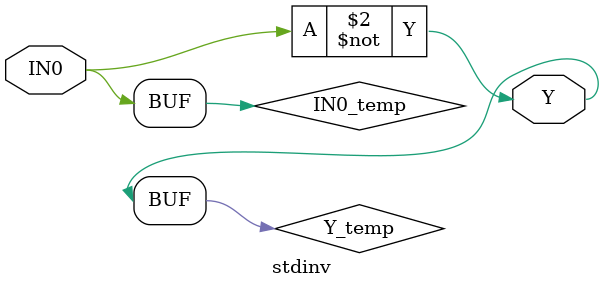
<source format=v>
module stdinv(IN0,Y);
  parameter
        d_IN0_r = 0,
        d_IN0_f = 0,
        d_Y_r = 1,
        d_Y_f = 1;
  input  IN0;
  output  Y;
  wire  IN0_temp;
  reg  Y_temp;
  assign #(d_IN0_r,d_IN0_f) IN0_temp = IN0;
  assign #(d_Y_r,d_Y_f) Y = Y_temp;
  always
    @(IN0_temp)
      begin
      Y_temp = ( ~ IN0_temp);
      end
endmodule

</source>
